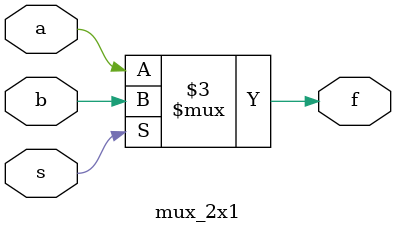
<source format=v>
module mux_2x1 (
	input a, b, s,
	output reg f
	);
	
	always @(a, b, s)
		if (s)
			f = b;
		else
			f = a;
			
endmodule

</source>
